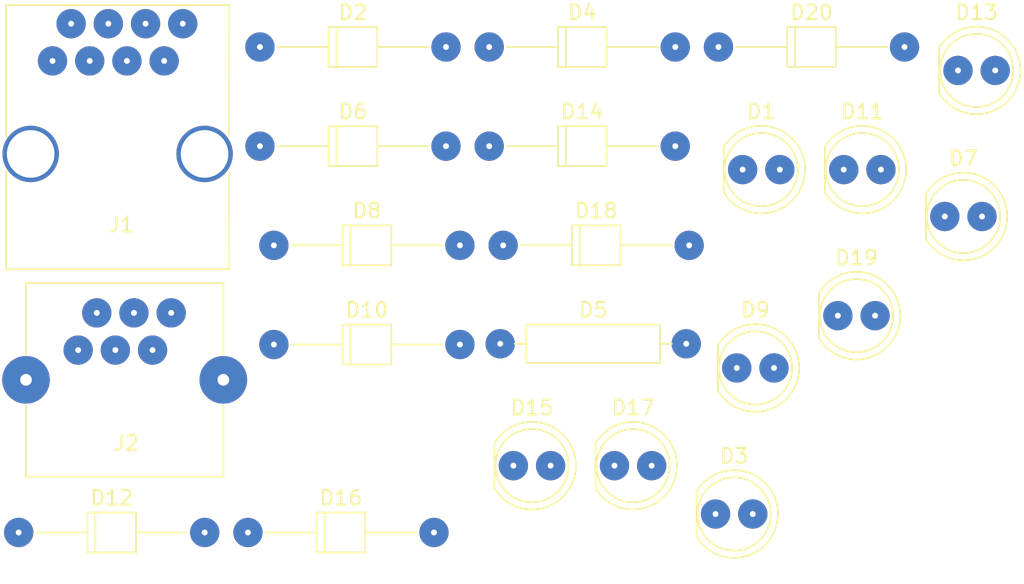
<source format=kicad_pcb>
(kicad_pcb (version 4) (host pcbnew 4.0.7)

  (general
    (links 48)
    (no_connects 48)
    (area 0 0 0 0)
    (thickness 1.6)
    (drawings 0)
    (tracks 0)
    (zones 0)
    (modules 22)
    (nets 11)
  )

  (page A4)
  (layers
    (0 F.Cu signal)
    (31 B.Cu signal)
    (32 B.Adhes user)
    (33 F.Adhes user)
    (34 B.Paste user)
    (35 F.Paste user)
    (36 B.SilkS user)
    (37 F.SilkS user)
    (38 B.Mask user)
    (39 F.Mask user)
    (40 Dwgs.User user)
    (41 Cmts.User user)
    (42 Eco1.User user)
    (43 Eco2.User user)
    (44 Edge.Cuts user)
    (45 Margin user)
    (46 B.CrtYd user)
    (47 F.CrtYd user)
    (48 B.Fab user)
    (49 F.Fab user)
  )

  (setup
    (last_trace_width 0.25)
    (trace_clearance 0.2)
    (zone_clearance 0.508)
    (zone_45_only no)
    (trace_min 0.2)
    (segment_width 0.2)
    (edge_width 0.1)
    (via_size 0.6)
    (via_drill 0.4)
    (via_min_size 0.4)
    (via_min_drill 0.3)
    (uvia_size 0.3)
    (uvia_drill 0.1)
    (uvias_allowed no)
    (uvia_min_size 0.2)
    (uvia_min_drill 0.1)
    (pcb_text_width 0.3)
    (pcb_text_size 1.5 1.5)
    (mod_edge_width 0.15)
    (mod_text_size 1 1)
    (mod_text_width 0.15)
    (pad_size 1.5 1.5)
    (pad_drill 0.6)
    (pad_to_mask_clearance 0)
    (aux_axis_origin 0 0)
    (visible_elements FFFFFF7F)
    (pcbplotparams
      (layerselection 0x00030_80000001)
      (usegerberextensions false)
      (excludeedgelayer true)
      (linewidth 0.100000)
      (plotframeref false)
      (viasonmask false)
      (mode 1)
      (useauxorigin false)
      (hpglpennumber 1)
      (hpglpenspeed 20)
      (hpglpendiameter 15)
      (hpglpenoverlay 2)
      (psnegative false)
      (psa4output false)
      (plotreference true)
      (plotvalue true)
      (plotinvisibletext false)
      (padsonsilk false)
      (subtractmaskfromsilk false)
      (outputformat 1)
      (mirror false)
      (drillshape 1)
      (scaleselection 1)
      (outputdirectory ""))
  )

  (net 0 "")
  (net 1 "Net-(D1-Pad1)")
  (net 2 P1)
  (net 3 P2)
  (net 4 P3)
  (net 5 P4)
  (net 6 P5)
  (net 7 P6)
  (net 8 P7)
  (net 9 P8)
  (net 10 P9)

  (net_class Default "This is the default net class."
    (clearance 0.2)
    (trace_width 0.25)
    (via_dia 0.6)
    (via_drill 0.4)
    (uvia_dia 0.3)
    (uvia_drill 0.1)
    (add_net "Net-(D1-Pad1)")
    (add_net P1)
    (add_net P2)
    (add_net P3)
    (add_net P4)
    (add_net P5)
    (add_net P6)
    (add_net P7)
    (add_net P8)
    (add_net P9)
  )

  (module std_lib_SRC:LED_D5.0mm (layer F.Cu) (tedit 5B3B5AF4) (tstamp 5B3B7EF2)
    (at 199.485001 98.065)
    (descr "LED, diameter 5.0mm, 2 pins")
    (tags "LED diameter 5.0mm 2 pins")
    (path /5B3B78F1)
    (fp_text reference D1 (at 1.27 -3.96) (layer F.SilkS)
      (effects (font (size 1 1) (thickness 0.15)))
    )
    (fp_text value LED (at 1.27 3.96) (layer F.Fab)
      (effects (font (size 1 1) (thickness 0.15)))
    )
    (fp_arc (start 1.27 0) (end -1.23 -1.469694) (angle 299.1) (layer F.Fab) (width 0.1))
    (fp_arc (start 1.27 0) (end -1.29 -1.54483) (angle 148.9) (layer F.SilkS) (width 0.12))
    (fp_arc (start 1.27 0) (end -1.29 1.54483) (angle -148.9) (layer F.SilkS) (width 0.12))
    (fp_circle (center 1.27 0) (end 3.77 0) (layer F.Fab) (width 0.1))
    (fp_circle (center 1.27 0) (end 3.77 0) (layer F.SilkS) (width 0.12))
    (fp_line (start -1.23 -1.469694) (end -1.23 1.469694) (layer F.Fab) (width 0.1))
    (fp_line (start -1.29 -1.545) (end -1.29 1.545) (layer F.SilkS) (width 0.12))
    (fp_line (start -1.95 -3.25) (end -1.95 3.25) (layer F.CrtYd) (width 0.05))
    (fp_line (start -1.95 3.25) (end 4.5 3.25) (layer F.CrtYd) (width 0.05))
    (fp_line (start 4.5 3.25) (end 4.5 -3.25) (layer F.CrtYd) (width 0.05))
    (fp_line (start 4.5 -3.25) (end -1.95 -3.25) (layer F.CrtYd) (width 0.05))
    (fp_text user %R (at 1.25 0) (layer F.Fab)
      (effects (font (size 0.8 0.8) (thickness 0.2)))
    )
    (pad 1 thru_hole circle (at 0 0) (size 2 2) (drill 0.4) (layers *.Cu *.Mask)
      (net 1 "Net-(D1-Pad1)"))
    (pad 2 thru_hole circle (at 2.54 0) (size 2 2) (drill 0.4) (layers *.Cu *.Mask)
      (net 2 P1))
    (model ${KISYS3DMOD}/LEDs.3dshapes/LED_D5.0mm.wrl
      (at (xyz 0 0 0))
      (scale (xyz 0.393701 0.393701 0.393701))
      (rotate (xyz 0 0 0))
    )
  )

  (module std_lib_SRC:Diode (layer F.Cu) (tedit 5B23A555) (tstamp 5B3B7F0B)
    (at 166.535001 89.695)
    (descr "D, pin pitch=12.7mm")
    (tags diode)
    (path /5B3B79BB)
    (fp_text reference D2 (at 6.35 -2.36) (layer F.SilkS)
      (effects (font (size 1 1) (thickness 0.15)))
    )
    (fp_text value 1N4148 (at 6.35 2.36) (layer F.Fab)
      (effects (font (size 1 1) (thickness 0.15)))
    )
    (fp_text user %R (at 6.604 0) (layer F.Fab)
      (effects (font (size 0.75 0.75) (thickness 0.15)))
    )
    (fp_line (start 4.75 -1.3) (end 4.75 1.3) (layer F.Fab) (width 0.1))
    (fp_line (start 4.75 1.3) (end 7.95 1.3) (layer F.Fab) (width 0.1))
    (fp_line (start 7.95 1.3) (end 7.95 -1.3) (layer F.Fab) (width 0.1))
    (fp_line (start 7.95 -1.3) (end 4.75 -1.3) (layer F.Fab) (width 0.1))
    (fp_line (start 0 0) (end 4.75 0) (layer F.Fab) (width 0.1))
    (fp_line (start 12.7 0) (end 7.95 0) (layer F.Fab) (width 0.1))
    (fp_line (start 5.23 -1.3) (end 5.23 1.3) (layer F.Fab) (width 0.1))
    (fp_line (start 4.69 -1.36) (end 4.69 1.36) (layer F.SilkS) (width 0.12))
    (fp_line (start 4.69 1.36) (end 8.01 1.36) (layer F.SilkS) (width 0.12))
    (fp_line (start 8.01 1.36) (end 8.01 -1.36) (layer F.SilkS) (width 0.12))
    (fp_line (start 8.01 -1.36) (end 4.69 -1.36) (layer F.SilkS) (width 0.12))
    (fp_line (start 1.18 0) (end 4.69 0) (layer F.SilkS) (width 0.12))
    (fp_line (start 11.52 0) (end 8.01 0) (layer F.SilkS) (width 0.12))
    (fp_line (start 5.23 -1.36) (end 5.23 1.36) (layer F.SilkS) (width 0.12))
    (fp_line (start -1.25 -1.65) (end -1.25 1.65) (layer F.CrtYd) (width 0.05))
    (fp_line (start -1.25 1.65) (end 13.95 1.65) (layer F.CrtYd) (width 0.05))
    (fp_line (start 13.95 1.65) (end 13.95 -1.65) (layer F.CrtYd) (width 0.05))
    (fp_line (start 13.95 -1.65) (end -1.25 -1.65) (layer F.CrtYd) (width 0.05))
    (pad 1 thru_hole circle (at 0 0) (size 2 2) (drill 0.4) (layers *.Cu *.Mask)
      (net 2 P1))
    (pad 2 thru_hole circle (at 12.7 0) (size 2 2) (drill 0.4) (layers *.Cu *.Mask)
      (net 1 "Net-(D1-Pad1)"))
    (model ${KISYS3DMOD}/Diodes_THT.3dshapes/D_T-1_P12.70mm_Horizontal.wrl
      (at (xyz 0 0 0))
      (scale (xyz 0.393701 0.393701 0.393701))
      (rotate (xyz 0 0 0))
    )
  )

  (module std_lib_SRC:LED_D5.0mm (layer F.Cu) (tedit 5B3B5AF4) (tstamp 5B3B7F1D)
    (at 197.635001 121.575)
    (descr "LED, diameter 5.0mm, 2 pins")
    (tags "LED diameter 5.0mm 2 pins")
    (path /5B3B7C5C)
    (fp_text reference D3 (at 1.27 -3.96) (layer F.SilkS)
      (effects (font (size 1 1) (thickness 0.15)))
    )
    (fp_text value LED (at 1.27 3.96) (layer F.Fab)
      (effects (font (size 1 1) (thickness 0.15)))
    )
    (fp_arc (start 1.27 0) (end -1.23 -1.469694) (angle 299.1) (layer F.Fab) (width 0.1))
    (fp_arc (start 1.27 0) (end -1.29 -1.54483) (angle 148.9) (layer F.SilkS) (width 0.12))
    (fp_arc (start 1.27 0) (end -1.29 1.54483) (angle -148.9) (layer F.SilkS) (width 0.12))
    (fp_circle (center 1.27 0) (end 3.77 0) (layer F.Fab) (width 0.1))
    (fp_circle (center 1.27 0) (end 3.77 0) (layer F.SilkS) (width 0.12))
    (fp_line (start -1.23 -1.469694) (end -1.23 1.469694) (layer F.Fab) (width 0.1))
    (fp_line (start -1.29 -1.545) (end -1.29 1.545) (layer F.SilkS) (width 0.12))
    (fp_line (start -1.95 -3.25) (end -1.95 3.25) (layer F.CrtYd) (width 0.05))
    (fp_line (start -1.95 3.25) (end 4.5 3.25) (layer F.CrtYd) (width 0.05))
    (fp_line (start 4.5 3.25) (end 4.5 -3.25) (layer F.CrtYd) (width 0.05))
    (fp_line (start 4.5 -3.25) (end -1.95 -3.25) (layer F.CrtYd) (width 0.05))
    (fp_text user %R (at 1.25 0) (layer F.Fab)
      (effects (font (size 0.8 0.8) (thickness 0.2)))
    )
    (pad 1 thru_hole circle (at 0 0) (size 2 2) (drill 0.4) (layers *.Cu *.Mask)
      (net 1 "Net-(D1-Pad1)"))
    (pad 2 thru_hole circle (at 2.54 0) (size 2 2) (drill 0.4) (layers *.Cu *.Mask)
      (net 3 P2))
    (model ${KISYS3DMOD}/LEDs.3dshapes/LED_D5.0mm.wrl
      (at (xyz 0 0 0))
      (scale (xyz 0.393701 0.393701 0.393701))
      (rotate (xyz 0 0 0))
    )
  )

  (module std_lib_SRC:Diode (layer F.Cu) (tedit 5B23A555) (tstamp 5B3B7F36)
    (at 182.185001 89.695)
    (descr "D, pin pitch=12.7mm")
    (tags diode)
    (path /5B3B7C62)
    (fp_text reference D4 (at 6.35 -2.36) (layer F.SilkS)
      (effects (font (size 1 1) (thickness 0.15)))
    )
    (fp_text value 1N4148 (at 6.35 2.36) (layer F.Fab)
      (effects (font (size 1 1) (thickness 0.15)))
    )
    (fp_text user %R (at 6.604 0) (layer F.Fab)
      (effects (font (size 0.75 0.75) (thickness 0.15)))
    )
    (fp_line (start 4.75 -1.3) (end 4.75 1.3) (layer F.Fab) (width 0.1))
    (fp_line (start 4.75 1.3) (end 7.95 1.3) (layer F.Fab) (width 0.1))
    (fp_line (start 7.95 1.3) (end 7.95 -1.3) (layer F.Fab) (width 0.1))
    (fp_line (start 7.95 -1.3) (end 4.75 -1.3) (layer F.Fab) (width 0.1))
    (fp_line (start 0 0) (end 4.75 0) (layer F.Fab) (width 0.1))
    (fp_line (start 12.7 0) (end 7.95 0) (layer F.Fab) (width 0.1))
    (fp_line (start 5.23 -1.3) (end 5.23 1.3) (layer F.Fab) (width 0.1))
    (fp_line (start 4.69 -1.36) (end 4.69 1.36) (layer F.SilkS) (width 0.12))
    (fp_line (start 4.69 1.36) (end 8.01 1.36) (layer F.SilkS) (width 0.12))
    (fp_line (start 8.01 1.36) (end 8.01 -1.36) (layer F.SilkS) (width 0.12))
    (fp_line (start 8.01 -1.36) (end 4.69 -1.36) (layer F.SilkS) (width 0.12))
    (fp_line (start 1.18 0) (end 4.69 0) (layer F.SilkS) (width 0.12))
    (fp_line (start 11.52 0) (end 8.01 0) (layer F.SilkS) (width 0.12))
    (fp_line (start 5.23 -1.36) (end 5.23 1.36) (layer F.SilkS) (width 0.12))
    (fp_line (start -1.25 -1.65) (end -1.25 1.65) (layer F.CrtYd) (width 0.05))
    (fp_line (start -1.25 1.65) (end 13.95 1.65) (layer F.CrtYd) (width 0.05))
    (fp_line (start 13.95 1.65) (end 13.95 -1.65) (layer F.CrtYd) (width 0.05))
    (fp_line (start 13.95 -1.65) (end -1.25 -1.65) (layer F.CrtYd) (width 0.05))
    (pad 1 thru_hole circle (at 0 0) (size 2 2) (drill 0.4) (layers *.Cu *.Mask)
      (net 3 P2))
    (pad 2 thru_hole circle (at 12.7 0) (size 2 2) (drill 0.4) (layers *.Cu *.Mask)
      (net 1 "Net-(D1-Pad1)"))
    (model ${KISYS3DMOD}/Diodes_THT.3dshapes/D_T-1_P12.70mm_Horizontal.wrl
      (at (xyz 0 0 0))
      (scale (xyz 0.393701 0.393701 0.393701))
      (rotate (xyz 0 0 0))
    )
  )

  (module std_lib_SRC:Resistor (layer F.Cu) (tedit 5B1FECDE) (tstamp 5B3B7F4C)
    (at 182.935001 109.955)
    (tags Resistor)
    (path /5B3B7CDE)
    (fp_text reference D5 (at 6.35 -2.31) (layer F.SilkS)
      (effects (font (size 1 1) (thickness 0.15)))
    )
    (fp_text value LED (at 6.35 2.31) (layer F.Fab)
      (effects (font (size 1 1) (thickness 0.15)))
    )
    (fp_line (start 1.85 -1.25) (end 1.85 1.25) (layer F.Fab) (width 0.1))
    (fp_line (start 1.85 1.25) (end 10.85 1.25) (layer F.Fab) (width 0.1))
    (fp_line (start 10.85 1.25) (end 10.85 -1.25) (layer F.Fab) (width 0.1))
    (fp_line (start 10.85 -1.25) (end 1.85 -1.25) (layer F.Fab) (width 0.1))
    (fp_line (start 0 0) (end 1.85 0) (layer F.Fab) (width 0.1))
    (fp_line (start 12.7 0) (end 10.85 0) (layer F.Fab) (width 0.1))
    (fp_line (start 1.79 -1.31) (end 1.79 1.31) (layer F.SilkS) (width 0.12))
    (fp_line (start 1.79 1.31) (end 10.91 1.31) (layer F.SilkS) (width 0.12))
    (fp_line (start 10.91 1.31) (end 10.91 -1.31) (layer F.SilkS) (width 0.12))
    (fp_line (start 10.91 -1.31) (end 1.79 -1.31) (layer F.SilkS) (width 0.12))
    (fp_line (start 0.98 0) (end 1.79 0) (layer F.SilkS) (width 0.12))
    (fp_line (start 11.72 0) (end 10.91 0) (layer F.SilkS) (width 0.12))
    (fp_line (start -1.05 -1.6) (end -1.05 1.6) (layer F.CrtYd) (width 0.05))
    (fp_line (start -1.05 1.6) (end 13.75 1.6) (layer F.CrtYd) (width 0.05))
    (fp_line (start 13.75 1.6) (end 13.75 -1.6) (layer F.CrtYd) (width 0.05))
    (fp_line (start 13.75 -1.6) (end -1.05 -1.6) (layer F.CrtYd) (width 0.05))
    (pad 1 thru_hole circle (at 0 0) (size 2 2) (drill 0.4) (layers *.Cu *.Mask)
      (net 1 "Net-(D1-Pad1)"))
    (pad 2 thru_hole circle (at 12.7 0) (size 2 2) (drill 0.4) (layers *.Cu *.Mask)
      (net 4 P3))
    (model ${KISYS3DMOD}/Resistors_THT.3dshapes/R_Axial_DIN0309_L9.0mm_D3.2mm_P12.70mm_Horizontal.wrl
      (at (xyz 0 0 0))
      (scale (xyz 0.393701 0.393701 0.393701))
      (rotate (xyz 0 0 0))
    )
  )

  (module std_lib_SRC:Diode (layer F.Cu) (tedit 5B23A555) (tstamp 5B3B7F65)
    (at 166.535001 96.465)
    (descr "D, pin pitch=12.7mm")
    (tags diode)
    (path /5B3B7CE4)
    (fp_text reference D6 (at 6.35 -2.36) (layer F.SilkS)
      (effects (font (size 1 1) (thickness 0.15)))
    )
    (fp_text value 1N4148 (at 6.35 2.36) (layer F.Fab)
      (effects (font (size 1 1) (thickness 0.15)))
    )
    (fp_text user %R (at 6.604 0) (layer F.Fab)
      (effects (font (size 0.75 0.75) (thickness 0.15)))
    )
    (fp_line (start 4.75 -1.3) (end 4.75 1.3) (layer F.Fab) (width 0.1))
    (fp_line (start 4.75 1.3) (end 7.95 1.3) (layer F.Fab) (width 0.1))
    (fp_line (start 7.95 1.3) (end 7.95 -1.3) (layer F.Fab) (width 0.1))
    (fp_line (start 7.95 -1.3) (end 4.75 -1.3) (layer F.Fab) (width 0.1))
    (fp_line (start 0 0) (end 4.75 0) (layer F.Fab) (width 0.1))
    (fp_line (start 12.7 0) (end 7.95 0) (layer F.Fab) (width 0.1))
    (fp_line (start 5.23 -1.3) (end 5.23 1.3) (layer F.Fab) (width 0.1))
    (fp_line (start 4.69 -1.36) (end 4.69 1.36) (layer F.SilkS) (width 0.12))
    (fp_line (start 4.69 1.36) (end 8.01 1.36) (layer F.SilkS) (width 0.12))
    (fp_line (start 8.01 1.36) (end 8.01 -1.36) (layer F.SilkS) (width 0.12))
    (fp_line (start 8.01 -1.36) (end 4.69 -1.36) (layer F.SilkS) (width 0.12))
    (fp_line (start 1.18 0) (end 4.69 0) (layer F.SilkS) (width 0.12))
    (fp_line (start 11.52 0) (end 8.01 0) (layer F.SilkS) (width 0.12))
    (fp_line (start 5.23 -1.36) (end 5.23 1.36) (layer F.SilkS) (width 0.12))
    (fp_line (start -1.25 -1.65) (end -1.25 1.65) (layer F.CrtYd) (width 0.05))
    (fp_line (start -1.25 1.65) (end 13.95 1.65) (layer F.CrtYd) (width 0.05))
    (fp_line (start 13.95 1.65) (end 13.95 -1.65) (layer F.CrtYd) (width 0.05))
    (fp_line (start 13.95 -1.65) (end -1.25 -1.65) (layer F.CrtYd) (width 0.05))
    (pad 1 thru_hole circle (at 0 0) (size 2 2) (drill 0.4) (layers *.Cu *.Mask)
      (net 4 P3))
    (pad 2 thru_hole circle (at 12.7 0) (size 2 2) (drill 0.4) (layers *.Cu *.Mask)
      (net 1 "Net-(D1-Pad1)"))
    (model ${KISYS3DMOD}/Diodes_THT.3dshapes/D_T-1_P12.70mm_Horizontal.wrl
      (at (xyz 0 0 0))
      (scale (xyz 0.393701 0.393701 0.393701))
      (rotate (xyz 0 0 0))
    )
  )

  (module std_lib_SRC:LED_D5.0mm (layer F.Cu) (tedit 5B3B5AF4) (tstamp 5B3B7F77)
    (at 213.285001 101.265)
    (descr "LED, diameter 5.0mm, 2 pins")
    (tags "LED diameter 5.0mm 2 pins")
    (path /5B3B7D96)
    (fp_text reference D7 (at 1.27 -3.96) (layer F.SilkS)
      (effects (font (size 1 1) (thickness 0.15)))
    )
    (fp_text value LED (at 1.27 3.96) (layer F.Fab)
      (effects (font (size 1 1) (thickness 0.15)))
    )
    (fp_arc (start 1.27 0) (end -1.23 -1.469694) (angle 299.1) (layer F.Fab) (width 0.1))
    (fp_arc (start 1.27 0) (end -1.29 -1.54483) (angle 148.9) (layer F.SilkS) (width 0.12))
    (fp_arc (start 1.27 0) (end -1.29 1.54483) (angle -148.9) (layer F.SilkS) (width 0.12))
    (fp_circle (center 1.27 0) (end 3.77 0) (layer F.Fab) (width 0.1))
    (fp_circle (center 1.27 0) (end 3.77 0) (layer F.SilkS) (width 0.12))
    (fp_line (start -1.23 -1.469694) (end -1.23 1.469694) (layer F.Fab) (width 0.1))
    (fp_line (start -1.29 -1.545) (end -1.29 1.545) (layer F.SilkS) (width 0.12))
    (fp_line (start -1.95 -3.25) (end -1.95 3.25) (layer F.CrtYd) (width 0.05))
    (fp_line (start -1.95 3.25) (end 4.5 3.25) (layer F.CrtYd) (width 0.05))
    (fp_line (start 4.5 3.25) (end 4.5 -3.25) (layer F.CrtYd) (width 0.05))
    (fp_line (start 4.5 -3.25) (end -1.95 -3.25) (layer F.CrtYd) (width 0.05))
    (fp_text user %R (at 1.25 0) (layer F.Fab)
      (effects (font (size 0.8 0.8) (thickness 0.2)))
    )
    (pad 1 thru_hole circle (at 0 0) (size 2 2) (drill 0.4) (layers *.Cu *.Mask)
      (net 1 "Net-(D1-Pad1)"))
    (pad 2 thru_hole circle (at 2.54 0) (size 2 2) (drill 0.4) (layers *.Cu *.Mask)
      (net 4 P3))
    (model ${KISYS3DMOD}/LEDs.3dshapes/LED_D5.0mm.wrl
      (at (xyz 0 0 0))
      (scale (xyz 0.393701 0.393701 0.393701))
      (rotate (xyz 0 0 0))
    )
  )

  (module std_lib_SRC:Diode (layer F.Cu) (tedit 5B23A555) (tstamp 5B3B7F90)
    (at 167.485001 103.235)
    (descr "D, pin pitch=12.7mm")
    (tags diode)
    (path /5B3B7D9C)
    (fp_text reference D8 (at 6.35 -2.36) (layer F.SilkS)
      (effects (font (size 1 1) (thickness 0.15)))
    )
    (fp_text value 1N4148 (at 6.35 2.36) (layer F.Fab)
      (effects (font (size 1 1) (thickness 0.15)))
    )
    (fp_text user %R (at 6.604 0) (layer F.Fab)
      (effects (font (size 0.75 0.75) (thickness 0.15)))
    )
    (fp_line (start 4.75 -1.3) (end 4.75 1.3) (layer F.Fab) (width 0.1))
    (fp_line (start 4.75 1.3) (end 7.95 1.3) (layer F.Fab) (width 0.1))
    (fp_line (start 7.95 1.3) (end 7.95 -1.3) (layer F.Fab) (width 0.1))
    (fp_line (start 7.95 -1.3) (end 4.75 -1.3) (layer F.Fab) (width 0.1))
    (fp_line (start 0 0) (end 4.75 0) (layer F.Fab) (width 0.1))
    (fp_line (start 12.7 0) (end 7.95 0) (layer F.Fab) (width 0.1))
    (fp_line (start 5.23 -1.3) (end 5.23 1.3) (layer F.Fab) (width 0.1))
    (fp_line (start 4.69 -1.36) (end 4.69 1.36) (layer F.SilkS) (width 0.12))
    (fp_line (start 4.69 1.36) (end 8.01 1.36) (layer F.SilkS) (width 0.12))
    (fp_line (start 8.01 1.36) (end 8.01 -1.36) (layer F.SilkS) (width 0.12))
    (fp_line (start 8.01 -1.36) (end 4.69 -1.36) (layer F.SilkS) (width 0.12))
    (fp_line (start 1.18 0) (end 4.69 0) (layer F.SilkS) (width 0.12))
    (fp_line (start 11.52 0) (end 8.01 0) (layer F.SilkS) (width 0.12))
    (fp_line (start 5.23 -1.36) (end 5.23 1.36) (layer F.SilkS) (width 0.12))
    (fp_line (start -1.25 -1.65) (end -1.25 1.65) (layer F.CrtYd) (width 0.05))
    (fp_line (start -1.25 1.65) (end 13.95 1.65) (layer F.CrtYd) (width 0.05))
    (fp_line (start 13.95 1.65) (end 13.95 -1.65) (layer F.CrtYd) (width 0.05))
    (fp_line (start 13.95 -1.65) (end -1.25 -1.65) (layer F.CrtYd) (width 0.05))
    (pad 1 thru_hole circle (at 0 0) (size 2 2) (drill 0.4) (layers *.Cu *.Mask)
      (net 4 P3))
    (pad 2 thru_hole circle (at 12.7 0) (size 2 2) (drill 0.4) (layers *.Cu *.Mask)
      (net 1 "Net-(D1-Pad1)"))
    (model ${KISYS3DMOD}/Diodes_THT.3dshapes/D_T-1_P12.70mm_Horizontal.wrl
      (at (xyz 0 0 0))
      (scale (xyz 0.393701 0.393701 0.393701))
      (rotate (xyz 0 0 0))
    )
  )

  (module std_lib_SRC:LED_D5.0mm (layer F.Cu) (tedit 5B3B5AF4) (tstamp 5B3B7FA2)
    (at 199.085001 111.605)
    (descr "LED, diameter 5.0mm, 2 pins")
    (tags "LED diameter 5.0mm 2 pins")
    (path /5B3B7E3E)
    (fp_text reference D9 (at 1.27 -3.96) (layer F.SilkS)
      (effects (font (size 1 1) (thickness 0.15)))
    )
    (fp_text value LED (at 1.27 3.96) (layer F.Fab)
      (effects (font (size 1 1) (thickness 0.15)))
    )
    (fp_arc (start 1.27 0) (end -1.23 -1.469694) (angle 299.1) (layer F.Fab) (width 0.1))
    (fp_arc (start 1.27 0) (end -1.29 -1.54483) (angle 148.9) (layer F.SilkS) (width 0.12))
    (fp_arc (start 1.27 0) (end -1.29 1.54483) (angle -148.9) (layer F.SilkS) (width 0.12))
    (fp_circle (center 1.27 0) (end 3.77 0) (layer F.Fab) (width 0.1))
    (fp_circle (center 1.27 0) (end 3.77 0) (layer F.SilkS) (width 0.12))
    (fp_line (start -1.23 -1.469694) (end -1.23 1.469694) (layer F.Fab) (width 0.1))
    (fp_line (start -1.29 -1.545) (end -1.29 1.545) (layer F.SilkS) (width 0.12))
    (fp_line (start -1.95 -3.25) (end -1.95 3.25) (layer F.CrtYd) (width 0.05))
    (fp_line (start -1.95 3.25) (end 4.5 3.25) (layer F.CrtYd) (width 0.05))
    (fp_line (start 4.5 3.25) (end 4.5 -3.25) (layer F.CrtYd) (width 0.05))
    (fp_line (start 4.5 -3.25) (end -1.95 -3.25) (layer F.CrtYd) (width 0.05))
    (fp_text user %R (at 1.25 0) (layer F.Fab)
      (effects (font (size 0.8 0.8) (thickness 0.2)))
    )
    (pad 1 thru_hole circle (at 0 0) (size 2 2) (drill 0.4) (layers *.Cu *.Mask)
      (net 1 "Net-(D1-Pad1)"))
    (pad 2 thru_hole circle (at 2.54 0) (size 2 2) (drill 0.4) (layers *.Cu *.Mask)
      (net 5 P4))
    (model ${KISYS3DMOD}/LEDs.3dshapes/LED_D5.0mm.wrl
      (at (xyz 0 0 0))
      (scale (xyz 0.393701 0.393701 0.393701))
      (rotate (xyz 0 0 0))
    )
  )

  (module std_lib_SRC:Diode (layer F.Cu) (tedit 5B23A555) (tstamp 5B3B7FBB)
    (at 167.485001 110.005)
    (descr "D, pin pitch=12.7mm")
    (tags diode)
    (path /5B3B7E44)
    (fp_text reference D10 (at 6.35 -2.36) (layer F.SilkS)
      (effects (font (size 1 1) (thickness 0.15)))
    )
    (fp_text value 1N4148 (at 6.35 2.36) (layer F.Fab)
      (effects (font (size 1 1) (thickness 0.15)))
    )
    (fp_text user %R (at 6.604 0) (layer F.Fab)
      (effects (font (size 0.75 0.75) (thickness 0.15)))
    )
    (fp_line (start 4.75 -1.3) (end 4.75 1.3) (layer F.Fab) (width 0.1))
    (fp_line (start 4.75 1.3) (end 7.95 1.3) (layer F.Fab) (width 0.1))
    (fp_line (start 7.95 1.3) (end 7.95 -1.3) (layer F.Fab) (width 0.1))
    (fp_line (start 7.95 -1.3) (end 4.75 -1.3) (layer F.Fab) (width 0.1))
    (fp_line (start 0 0) (end 4.75 0) (layer F.Fab) (width 0.1))
    (fp_line (start 12.7 0) (end 7.95 0) (layer F.Fab) (width 0.1))
    (fp_line (start 5.23 -1.3) (end 5.23 1.3) (layer F.Fab) (width 0.1))
    (fp_line (start 4.69 -1.36) (end 4.69 1.36) (layer F.SilkS) (width 0.12))
    (fp_line (start 4.69 1.36) (end 8.01 1.36) (layer F.SilkS) (width 0.12))
    (fp_line (start 8.01 1.36) (end 8.01 -1.36) (layer F.SilkS) (width 0.12))
    (fp_line (start 8.01 -1.36) (end 4.69 -1.36) (layer F.SilkS) (width 0.12))
    (fp_line (start 1.18 0) (end 4.69 0) (layer F.SilkS) (width 0.12))
    (fp_line (start 11.52 0) (end 8.01 0) (layer F.SilkS) (width 0.12))
    (fp_line (start 5.23 -1.36) (end 5.23 1.36) (layer F.SilkS) (width 0.12))
    (fp_line (start -1.25 -1.65) (end -1.25 1.65) (layer F.CrtYd) (width 0.05))
    (fp_line (start -1.25 1.65) (end 13.95 1.65) (layer F.CrtYd) (width 0.05))
    (fp_line (start 13.95 1.65) (end 13.95 -1.65) (layer F.CrtYd) (width 0.05))
    (fp_line (start 13.95 -1.65) (end -1.25 -1.65) (layer F.CrtYd) (width 0.05))
    (pad 1 thru_hole circle (at 0 0) (size 2 2) (drill 0.4) (layers *.Cu *.Mask)
      (net 5 P4))
    (pad 2 thru_hole circle (at 12.7 0) (size 2 2) (drill 0.4) (layers *.Cu *.Mask)
      (net 1 "Net-(D1-Pad1)"))
    (model ${KISYS3DMOD}/Diodes_THT.3dshapes/D_T-1_P12.70mm_Horizontal.wrl
      (at (xyz 0 0 0))
      (scale (xyz 0.393701 0.393701 0.393701))
      (rotate (xyz 0 0 0))
    )
  )

  (module std_lib_SRC:LED_D5.0mm (layer F.Cu) (tedit 5B3B5AF4) (tstamp 5B3B7FCD)
    (at 206.385001 98.065)
    (descr "LED, diameter 5.0mm, 2 pins")
    (tags "LED diameter 5.0mm 2 pins")
    (path /5B3B7F16)
    (fp_text reference D11 (at 1.27 -3.96) (layer F.SilkS)
      (effects (font (size 1 1) (thickness 0.15)))
    )
    (fp_text value LED (at 1.27 3.96) (layer F.Fab)
      (effects (font (size 1 1) (thickness 0.15)))
    )
    (fp_arc (start 1.27 0) (end -1.23 -1.469694) (angle 299.1) (layer F.Fab) (width 0.1))
    (fp_arc (start 1.27 0) (end -1.29 -1.54483) (angle 148.9) (layer F.SilkS) (width 0.12))
    (fp_arc (start 1.27 0) (end -1.29 1.54483) (angle -148.9) (layer F.SilkS) (width 0.12))
    (fp_circle (center 1.27 0) (end 3.77 0) (layer F.Fab) (width 0.1))
    (fp_circle (center 1.27 0) (end 3.77 0) (layer F.SilkS) (width 0.12))
    (fp_line (start -1.23 -1.469694) (end -1.23 1.469694) (layer F.Fab) (width 0.1))
    (fp_line (start -1.29 -1.545) (end -1.29 1.545) (layer F.SilkS) (width 0.12))
    (fp_line (start -1.95 -3.25) (end -1.95 3.25) (layer F.CrtYd) (width 0.05))
    (fp_line (start -1.95 3.25) (end 4.5 3.25) (layer F.CrtYd) (width 0.05))
    (fp_line (start 4.5 3.25) (end 4.5 -3.25) (layer F.CrtYd) (width 0.05))
    (fp_line (start 4.5 -3.25) (end -1.95 -3.25) (layer F.CrtYd) (width 0.05))
    (fp_text user %R (at 1.25 0) (layer F.Fab)
      (effects (font (size 0.8 0.8) (thickness 0.2)))
    )
    (pad 1 thru_hole circle (at 0 0) (size 2 2) (drill 0.4) (layers *.Cu *.Mask)
      (net 1 "Net-(D1-Pad1)"))
    (pad 2 thru_hole circle (at 2.54 0) (size 2 2) (drill 0.4) (layers *.Cu *.Mask)
      (net 6 P5))
    (model ${KISYS3DMOD}/LEDs.3dshapes/LED_D5.0mm.wrl
      (at (xyz 0 0 0))
      (scale (xyz 0.393701 0.393701 0.393701))
      (rotate (xyz 0 0 0))
    )
  )

  (module std_lib_SRC:Diode (layer F.Cu) (tedit 5B23A555) (tstamp 5B3B7FE6)
    (at 150.065001 122.835)
    (descr "D, pin pitch=12.7mm")
    (tags diode)
    (path /5B3B7F1C)
    (fp_text reference D12 (at 6.35 -2.36) (layer F.SilkS)
      (effects (font (size 1 1) (thickness 0.15)))
    )
    (fp_text value 1N4148 (at 6.35 2.36) (layer F.Fab)
      (effects (font (size 1 1) (thickness 0.15)))
    )
    (fp_text user %R (at 6.604 0) (layer F.Fab)
      (effects (font (size 0.75 0.75) (thickness 0.15)))
    )
    (fp_line (start 4.75 -1.3) (end 4.75 1.3) (layer F.Fab) (width 0.1))
    (fp_line (start 4.75 1.3) (end 7.95 1.3) (layer F.Fab) (width 0.1))
    (fp_line (start 7.95 1.3) (end 7.95 -1.3) (layer F.Fab) (width 0.1))
    (fp_line (start 7.95 -1.3) (end 4.75 -1.3) (layer F.Fab) (width 0.1))
    (fp_line (start 0 0) (end 4.75 0) (layer F.Fab) (width 0.1))
    (fp_line (start 12.7 0) (end 7.95 0) (layer F.Fab) (width 0.1))
    (fp_line (start 5.23 -1.3) (end 5.23 1.3) (layer F.Fab) (width 0.1))
    (fp_line (start 4.69 -1.36) (end 4.69 1.36) (layer F.SilkS) (width 0.12))
    (fp_line (start 4.69 1.36) (end 8.01 1.36) (layer F.SilkS) (width 0.12))
    (fp_line (start 8.01 1.36) (end 8.01 -1.36) (layer F.SilkS) (width 0.12))
    (fp_line (start 8.01 -1.36) (end 4.69 -1.36) (layer F.SilkS) (width 0.12))
    (fp_line (start 1.18 0) (end 4.69 0) (layer F.SilkS) (width 0.12))
    (fp_line (start 11.52 0) (end 8.01 0) (layer F.SilkS) (width 0.12))
    (fp_line (start 5.23 -1.36) (end 5.23 1.36) (layer F.SilkS) (width 0.12))
    (fp_line (start -1.25 -1.65) (end -1.25 1.65) (layer F.CrtYd) (width 0.05))
    (fp_line (start -1.25 1.65) (end 13.95 1.65) (layer F.CrtYd) (width 0.05))
    (fp_line (start 13.95 1.65) (end 13.95 -1.65) (layer F.CrtYd) (width 0.05))
    (fp_line (start 13.95 -1.65) (end -1.25 -1.65) (layer F.CrtYd) (width 0.05))
    (pad 1 thru_hole circle (at 0 0) (size 2 2) (drill 0.4) (layers *.Cu *.Mask)
      (net 6 P5))
    (pad 2 thru_hole circle (at 12.7 0) (size 2 2) (drill 0.4) (layers *.Cu *.Mask)
      (net 1 "Net-(D1-Pad1)"))
    (model ${KISYS3DMOD}/Diodes_THT.3dshapes/D_T-1_P12.70mm_Horizontal.wrl
      (at (xyz 0 0 0))
      (scale (xyz 0.393701 0.393701 0.393701))
      (rotate (xyz 0 0 0))
    )
  )

  (module std_lib_SRC:LED_D5.0mm (layer F.Cu) (tedit 5B3B5AF4) (tstamp 5B3B7FF8)
    (at 214.185001 91.295)
    (descr "LED, diameter 5.0mm, 2 pins")
    (tags "LED diameter 5.0mm 2 pins")
    (path /5B3B7FE6)
    (fp_text reference D13 (at 1.27 -3.96) (layer F.SilkS)
      (effects (font (size 1 1) (thickness 0.15)))
    )
    (fp_text value LED (at 1.27 3.96) (layer F.Fab)
      (effects (font (size 1 1) (thickness 0.15)))
    )
    (fp_arc (start 1.27 0) (end -1.23 -1.469694) (angle 299.1) (layer F.Fab) (width 0.1))
    (fp_arc (start 1.27 0) (end -1.29 -1.54483) (angle 148.9) (layer F.SilkS) (width 0.12))
    (fp_arc (start 1.27 0) (end -1.29 1.54483) (angle -148.9) (layer F.SilkS) (width 0.12))
    (fp_circle (center 1.27 0) (end 3.77 0) (layer F.Fab) (width 0.1))
    (fp_circle (center 1.27 0) (end 3.77 0) (layer F.SilkS) (width 0.12))
    (fp_line (start -1.23 -1.469694) (end -1.23 1.469694) (layer F.Fab) (width 0.1))
    (fp_line (start -1.29 -1.545) (end -1.29 1.545) (layer F.SilkS) (width 0.12))
    (fp_line (start -1.95 -3.25) (end -1.95 3.25) (layer F.CrtYd) (width 0.05))
    (fp_line (start -1.95 3.25) (end 4.5 3.25) (layer F.CrtYd) (width 0.05))
    (fp_line (start 4.5 3.25) (end 4.5 -3.25) (layer F.CrtYd) (width 0.05))
    (fp_line (start 4.5 -3.25) (end -1.95 -3.25) (layer F.CrtYd) (width 0.05))
    (fp_text user %R (at 1.25 0) (layer F.Fab)
      (effects (font (size 0.8 0.8) (thickness 0.2)))
    )
    (pad 1 thru_hole circle (at 0 0) (size 2 2) (drill 0.4) (layers *.Cu *.Mask)
      (net 1 "Net-(D1-Pad1)"))
    (pad 2 thru_hole circle (at 2.54 0) (size 2 2) (drill 0.4) (layers *.Cu *.Mask)
      (net 7 P6))
    (model ${KISYS3DMOD}/LEDs.3dshapes/LED_D5.0mm.wrl
      (at (xyz 0 0 0))
      (scale (xyz 0.393701 0.393701 0.393701))
      (rotate (xyz 0 0 0))
    )
  )

  (module std_lib_SRC:Diode (layer F.Cu) (tedit 5B23A555) (tstamp 5B3B8011)
    (at 182.185001 96.465)
    (descr "D, pin pitch=12.7mm")
    (tags diode)
    (path /5B3B7FEC)
    (fp_text reference D14 (at 6.35 -2.36) (layer F.SilkS)
      (effects (font (size 1 1) (thickness 0.15)))
    )
    (fp_text value 1N4148 (at 6.35 2.36) (layer F.Fab)
      (effects (font (size 1 1) (thickness 0.15)))
    )
    (fp_text user %R (at 6.604 0) (layer F.Fab)
      (effects (font (size 0.75 0.75) (thickness 0.15)))
    )
    (fp_line (start 4.75 -1.3) (end 4.75 1.3) (layer F.Fab) (width 0.1))
    (fp_line (start 4.75 1.3) (end 7.95 1.3) (layer F.Fab) (width 0.1))
    (fp_line (start 7.95 1.3) (end 7.95 -1.3) (layer F.Fab) (width 0.1))
    (fp_line (start 7.95 -1.3) (end 4.75 -1.3) (layer F.Fab) (width 0.1))
    (fp_line (start 0 0) (end 4.75 0) (layer F.Fab) (width 0.1))
    (fp_line (start 12.7 0) (end 7.95 0) (layer F.Fab) (width 0.1))
    (fp_line (start 5.23 -1.3) (end 5.23 1.3) (layer F.Fab) (width 0.1))
    (fp_line (start 4.69 -1.36) (end 4.69 1.36) (layer F.SilkS) (width 0.12))
    (fp_line (start 4.69 1.36) (end 8.01 1.36) (layer F.SilkS) (width 0.12))
    (fp_line (start 8.01 1.36) (end 8.01 -1.36) (layer F.SilkS) (width 0.12))
    (fp_line (start 8.01 -1.36) (end 4.69 -1.36) (layer F.SilkS) (width 0.12))
    (fp_line (start 1.18 0) (end 4.69 0) (layer F.SilkS) (width 0.12))
    (fp_line (start 11.52 0) (end 8.01 0) (layer F.SilkS) (width 0.12))
    (fp_line (start 5.23 -1.36) (end 5.23 1.36) (layer F.SilkS) (width 0.12))
    (fp_line (start -1.25 -1.65) (end -1.25 1.65) (layer F.CrtYd) (width 0.05))
    (fp_line (start -1.25 1.65) (end 13.95 1.65) (layer F.CrtYd) (width 0.05))
    (fp_line (start 13.95 1.65) (end 13.95 -1.65) (layer F.CrtYd) (width 0.05))
    (fp_line (start 13.95 -1.65) (end -1.25 -1.65) (layer F.CrtYd) (width 0.05))
    (pad 1 thru_hole circle (at 0 0) (size 2 2) (drill 0.4) (layers *.Cu *.Mask)
      (net 7 P6))
    (pad 2 thru_hole circle (at 12.7 0) (size 2 2) (drill 0.4) (layers *.Cu *.Mask)
      (net 1 "Net-(D1-Pad1)"))
    (model ${KISYS3DMOD}/Diodes_THT.3dshapes/D_T-1_P12.70mm_Horizontal.wrl
      (at (xyz 0 0 0))
      (scale (xyz 0.393701 0.393701 0.393701))
      (rotate (xyz 0 0 0))
    )
  )

  (module std_lib_SRC:LED_D5.0mm (layer F.Cu) (tedit 5B3B5AF4) (tstamp 5B3B8023)
    (at 183.835001 118.275)
    (descr "LED, diameter 5.0mm, 2 pins")
    (tags "LED diameter 5.0mm 2 pins")
    (path /5B3B80BE)
    (fp_text reference D15 (at 1.27 -3.96) (layer F.SilkS)
      (effects (font (size 1 1) (thickness 0.15)))
    )
    (fp_text value LED (at 1.27 3.96) (layer F.Fab)
      (effects (font (size 1 1) (thickness 0.15)))
    )
    (fp_arc (start 1.27 0) (end -1.23 -1.469694) (angle 299.1) (layer F.Fab) (width 0.1))
    (fp_arc (start 1.27 0) (end -1.29 -1.54483) (angle 148.9) (layer F.SilkS) (width 0.12))
    (fp_arc (start 1.27 0) (end -1.29 1.54483) (angle -148.9) (layer F.SilkS) (width 0.12))
    (fp_circle (center 1.27 0) (end 3.77 0) (layer F.Fab) (width 0.1))
    (fp_circle (center 1.27 0) (end 3.77 0) (layer F.SilkS) (width 0.12))
    (fp_line (start -1.23 -1.469694) (end -1.23 1.469694) (layer F.Fab) (width 0.1))
    (fp_line (start -1.29 -1.545) (end -1.29 1.545) (layer F.SilkS) (width 0.12))
    (fp_line (start -1.95 -3.25) (end -1.95 3.25) (layer F.CrtYd) (width 0.05))
    (fp_line (start -1.95 3.25) (end 4.5 3.25) (layer F.CrtYd) (width 0.05))
    (fp_line (start 4.5 3.25) (end 4.5 -3.25) (layer F.CrtYd) (width 0.05))
    (fp_line (start 4.5 -3.25) (end -1.95 -3.25) (layer F.CrtYd) (width 0.05))
    (fp_text user %R (at 1.25 0) (layer F.Fab)
      (effects (font (size 0.8 0.8) (thickness 0.2)))
    )
    (pad 1 thru_hole circle (at 0 0) (size 2 2) (drill 0.4) (layers *.Cu *.Mask)
      (net 1 "Net-(D1-Pad1)"))
    (pad 2 thru_hole circle (at 2.54 0) (size 2 2) (drill 0.4) (layers *.Cu *.Mask)
      (net 8 P7))
    (model ${KISYS3DMOD}/LEDs.3dshapes/LED_D5.0mm.wrl
      (at (xyz 0 0 0))
      (scale (xyz 0.393701 0.393701 0.393701))
      (rotate (xyz 0 0 0))
    )
  )

  (module std_lib_SRC:Diode (layer F.Cu) (tedit 5B23A555) (tstamp 5B3B803C)
    (at 165.715001 122.835)
    (descr "D, pin pitch=12.7mm")
    (tags diode)
    (path /5B3B80C4)
    (fp_text reference D16 (at 6.35 -2.36) (layer F.SilkS)
      (effects (font (size 1 1) (thickness 0.15)))
    )
    (fp_text value 1N4148 (at 6.35 2.36) (layer F.Fab)
      (effects (font (size 1 1) (thickness 0.15)))
    )
    (fp_text user %R (at 6.604 0) (layer F.Fab)
      (effects (font (size 0.75 0.75) (thickness 0.15)))
    )
    (fp_line (start 4.75 -1.3) (end 4.75 1.3) (layer F.Fab) (width 0.1))
    (fp_line (start 4.75 1.3) (end 7.95 1.3) (layer F.Fab) (width 0.1))
    (fp_line (start 7.95 1.3) (end 7.95 -1.3) (layer F.Fab) (width 0.1))
    (fp_line (start 7.95 -1.3) (end 4.75 -1.3) (layer F.Fab) (width 0.1))
    (fp_line (start 0 0) (end 4.75 0) (layer F.Fab) (width 0.1))
    (fp_line (start 12.7 0) (end 7.95 0) (layer F.Fab) (width 0.1))
    (fp_line (start 5.23 -1.3) (end 5.23 1.3) (layer F.Fab) (width 0.1))
    (fp_line (start 4.69 -1.36) (end 4.69 1.36) (layer F.SilkS) (width 0.12))
    (fp_line (start 4.69 1.36) (end 8.01 1.36) (layer F.SilkS) (width 0.12))
    (fp_line (start 8.01 1.36) (end 8.01 -1.36) (layer F.SilkS) (width 0.12))
    (fp_line (start 8.01 -1.36) (end 4.69 -1.36) (layer F.SilkS) (width 0.12))
    (fp_line (start 1.18 0) (end 4.69 0) (layer F.SilkS) (width 0.12))
    (fp_line (start 11.52 0) (end 8.01 0) (layer F.SilkS) (width 0.12))
    (fp_line (start 5.23 -1.36) (end 5.23 1.36) (layer F.SilkS) (width 0.12))
    (fp_line (start -1.25 -1.65) (end -1.25 1.65) (layer F.CrtYd) (width 0.05))
    (fp_line (start -1.25 1.65) (end 13.95 1.65) (layer F.CrtYd) (width 0.05))
    (fp_line (start 13.95 1.65) (end 13.95 -1.65) (layer F.CrtYd) (width 0.05))
    (fp_line (start 13.95 -1.65) (end -1.25 -1.65) (layer F.CrtYd) (width 0.05))
    (pad 1 thru_hole circle (at 0 0) (size 2 2) (drill 0.4) (layers *.Cu *.Mask)
      (net 8 P7))
    (pad 2 thru_hole circle (at 12.7 0) (size 2 2) (drill 0.4) (layers *.Cu *.Mask)
      (net 1 "Net-(D1-Pad1)"))
    (model ${KISYS3DMOD}/Diodes_THT.3dshapes/D_T-1_P12.70mm_Horizontal.wrl
      (at (xyz 0 0 0))
      (scale (xyz 0.393701 0.393701 0.393701))
      (rotate (xyz 0 0 0))
    )
  )

  (module std_lib_SRC:LED_D5.0mm (layer F.Cu) (tedit 5B3B5AF4) (tstamp 5B3B804E)
    (at 190.735001 118.275)
    (descr "LED, diameter 5.0mm, 2 pins")
    (tags "LED diameter 5.0mm 2 pins")
    (path /5B3B81A2)
    (fp_text reference D17 (at 1.27 -3.96) (layer F.SilkS)
      (effects (font (size 1 1) (thickness 0.15)))
    )
    (fp_text value LED (at 1.27 3.96) (layer F.Fab)
      (effects (font (size 1 1) (thickness 0.15)))
    )
    (fp_arc (start 1.27 0) (end -1.23 -1.469694) (angle 299.1) (layer F.Fab) (width 0.1))
    (fp_arc (start 1.27 0) (end -1.29 -1.54483) (angle 148.9) (layer F.SilkS) (width 0.12))
    (fp_arc (start 1.27 0) (end -1.29 1.54483) (angle -148.9) (layer F.SilkS) (width 0.12))
    (fp_circle (center 1.27 0) (end 3.77 0) (layer F.Fab) (width 0.1))
    (fp_circle (center 1.27 0) (end 3.77 0) (layer F.SilkS) (width 0.12))
    (fp_line (start -1.23 -1.469694) (end -1.23 1.469694) (layer F.Fab) (width 0.1))
    (fp_line (start -1.29 -1.545) (end -1.29 1.545) (layer F.SilkS) (width 0.12))
    (fp_line (start -1.95 -3.25) (end -1.95 3.25) (layer F.CrtYd) (width 0.05))
    (fp_line (start -1.95 3.25) (end 4.5 3.25) (layer F.CrtYd) (width 0.05))
    (fp_line (start 4.5 3.25) (end 4.5 -3.25) (layer F.CrtYd) (width 0.05))
    (fp_line (start 4.5 -3.25) (end -1.95 -3.25) (layer F.CrtYd) (width 0.05))
    (fp_text user %R (at 1.25 0) (layer F.Fab)
      (effects (font (size 0.8 0.8) (thickness 0.2)))
    )
    (pad 1 thru_hole circle (at 0 0) (size 2 2) (drill 0.4) (layers *.Cu *.Mask)
      (net 1 "Net-(D1-Pad1)"))
    (pad 2 thru_hole circle (at 2.54 0) (size 2 2) (drill 0.4) (layers *.Cu *.Mask)
      (net 9 P8))
    (model ${KISYS3DMOD}/LEDs.3dshapes/LED_D5.0mm.wrl
      (at (xyz 0 0 0))
      (scale (xyz 0.393701 0.393701 0.393701))
      (rotate (xyz 0 0 0))
    )
  )

  (module std_lib_SRC:Diode (layer F.Cu) (tedit 5B23A555) (tstamp 5B3B8067)
    (at 183.135001 103.235)
    (descr "D, pin pitch=12.7mm")
    (tags diode)
    (path /5B3B81A8)
    (fp_text reference D18 (at 6.35 -2.36) (layer F.SilkS)
      (effects (font (size 1 1) (thickness 0.15)))
    )
    (fp_text value 1N4148 (at 6.35 2.36) (layer F.Fab)
      (effects (font (size 1 1) (thickness 0.15)))
    )
    (fp_text user %R (at 6.604 0) (layer F.Fab)
      (effects (font (size 0.75 0.75) (thickness 0.15)))
    )
    (fp_line (start 4.75 -1.3) (end 4.75 1.3) (layer F.Fab) (width 0.1))
    (fp_line (start 4.75 1.3) (end 7.95 1.3) (layer F.Fab) (width 0.1))
    (fp_line (start 7.95 1.3) (end 7.95 -1.3) (layer F.Fab) (width 0.1))
    (fp_line (start 7.95 -1.3) (end 4.75 -1.3) (layer F.Fab) (width 0.1))
    (fp_line (start 0 0) (end 4.75 0) (layer F.Fab) (width 0.1))
    (fp_line (start 12.7 0) (end 7.95 0) (layer F.Fab) (width 0.1))
    (fp_line (start 5.23 -1.3) (end 5.23 1.3) (layer F.Fab) (width 0.1))
    (fp_line (start 4.69 -1.36) (end 4.69 1.36) (layer F.SilkS) (width 0.12))
    (fp_line (start 4.69 1.36) (end 8.01 1.36) (layer F.SilkS) (width 0.12))
    (fp_line (start 8.01 1.36) (end 8.01 -1.36) (layer F.SilkS) (width 0.12))
    (fp_line (start 8.01 -1.36) (end 4.69 -1.36) (layer F.SilkS) (width 0.12))
    (fp_line (start 1.18 0) (end 4.69 0) (layer F.SilkS) (width 0.12))
    (fp_line (start 11.52 0) (end 8.01 0) (layer F.SilkS) (width 0.12))
    (fp_line (start 5.23 -1.36) (end 5.23 1.36) (layer F.SilkS) (width 0.12))
    (fp_line (start -1.25 -1.65) (end -1.25 1.65) (layer F.CrtYd) (width 0.05))
    (fp_line (start -1.25 1.65) (end 13.95 1.65) (layer F.CrtYd) (width 0.05))
    (fp_line (start 13.95 1.65) (end 13.95 -1.65) (layer F.CrtYd) (width 0.05))
    (fp_line (start 13.95 -1.65) (end -1.25 -1.65) (layer F.CrtYd) (width 0.05))
    (pad 1 thru_hole circle (at 0 0) (size 2 2) (drill 0.4) (layers *.Cu *.Mask)
      (net 9 P8))
    (pad 2 thru_hole circle (at 12.7 0) (size 2 2) (drill 0.4) (layers *.Cu *.Mask)
      (net 1 "Net-(D1-Pad1)"))
    (model ${KISYS3DMOD}/Diodes_THT.3dshapes/D_T-1_P12.70mm_Horizontal.wrl
      (at (xyz 0 0 0))
      (scale (xyz 0.393701 0.393701 0.393701))
      (rotate (xyz 0 0 0))
    )
  )

  (module std_lib_SRC:LED_D5.0mm (layer F.Cu) (tedit 5B3B5AF4) (tstamp 5B3B8079)
    (at 205.985001 108.035)
    (descr "LED, diameter 5.0mm, 2 pins")
    (tags "LED diameter 5.0mm 2 pins")
    (path /5B3B82C6)
    (fp_text reference D19 (at 1.27 -3.96) (layer F.SilkS)
      (effects (font (size 1 1) (thickness 0.15)))
    )
    (fp_text value LED (at 1.27 3.96) (layer F.Fab)
      (effects (font (size 1 1) (thickness 0.15)))
    )
    (fp_arc (start 1.27 0) (end -1.23 -1.469694) (angle 299.1) (layer F.Fab) (width 0.1))
    (fp_arc (start 1.27 0) (end -1.29 -1.54483) (angle 148.9) (layer F.SilkS) (width 0.12))
    (fp_arc (start 1.27 0) (end -1.29 1.54483) (angle -148.9) (layer F.SilkS) (width 0.12))
    (fp_circle (center 1.27 0) (end 3.77 0) (layer F.Fab) (width 0.1))
    (fp_circle (center 1.27 0) (end 3.77 0) (layer F.SilkS) (width 0.12))
    (fp_line (start -1.23 -1.469694) (end -1.23 1.469694) (layer F.Fab) (width 0.1))
    (fp_line (start -1.29 -1.545) (end -1.29 1.545) (layer F.SilkS) (width 0.12))
    (fp_line (start -1.95 -3.25) (end -1.95 3.25) (layer F.CrtYd) (width 0.05))
    (fp_line (start -1.95 3.25) (end 4.5 3.25) (layer F.CrtYd) (width 0.05))
    (fp_line (start 4.5 3.25) (end 4.5 -3.25) (layer F.CrtYd) (width 0.05))
    (fp_line (start 4.5 -3.25) (end -1.95 -3.25) (layer F.CrtYd) (width 0.05))
    (fp_text user %R (at 1.25 0) (layer F.Fab)
      (effects (font (size 0.8 0.8) (thickness 0.2)))
    )
    (pad 1 thru_hole circle (at 0 0) (size 2 2) (drill 0.4) (layers *.Cu *.Mask)
      (net 1 "Net-(D1-Pad1)"))
    (pad 2 thru_hole circle (at 2.54 0) (size 2 2) (drill 0.4) (layers *.Cu *.Mask)
      (net 10 P9))
    (model ${KISYS3DMOD}/LEDs.3dshapes/LED_D5.0mm.wrl
      (at (xyz 0 0 0))
      (scale (xyz 0.393701 0.393701 0.393701))
      (rotate (xyz 0 0 0))
    )
  )

  (module std_lib_SRC:Diode (layer F.Cu) (tedit 5B23A555) (tstamp 5B3B8092)
    (at 197.835001 89.695)
    (descr "D, pin pitch=12.7mm")
    (tags diode)
    (path /5B3B82CC)
    (fp_text reference D20 (at 6.35 -2.36) (layer F.SilkS)
      (effects (font (size 1 1) (thickness 0.15)))
    )
    (fp_text value 1N4148 (at 6.35 2.36) (layer F.Fab)
      (effects (font (size 1 1) (thickness 0.15)))
    )
    (fp_text user %R (at 6.604 0) (layer F.Fab)
      (effects (font (size 0.75 0.75) (thickness 0.15)))
    )
    (fp_line (start 4.75 -1.3) (end 4.75 1.3) (layer F.Fab) (width 0.1))
    (fp_line (start 4.75 1.3) (end 7.95 1.3) (layer F.Fab) (width 0.1))
    (fp_line (start 7.95 1.3) (end 7.95 -1.3) (layer F.Fab) (width 0.1))
    (fp_line (start 7.95 -1.3) (end 4.75 -1.3) (layer F.Fab) (width 0.1))
    (fp_line (start 0 0) (end 4.75 0) (layer F.Fab) (width 0.1))
    (fp_line (start 12.7 0) (end 7.95 0) (layer F.Fab) (width 0.1))
    (fp_line (start 5.23 -1.3) (end 5.23 1.3) (layer F.Fab) (width 0.1))
    (fp_line (start 4.69 -1.36) (end 4.69 1.36) (layer F.SilkS) (width 0.12))
    (fp_line (start 4.69 1.36) (end 8.01 1.36) (layer F.SilkS) (width 0.12))
    (fp_line (start 8.01 1.36) (end 8.01 -1.36) (layer F.SilkS) (width 0.12))
    (fp_line (start 8.01 -1.36) (end 4.69 -1.36) (layer F.SilkS) (width 0.12))
    (fp_line (start 1.18 0) (end 4.69 0) (layer F.SilkS) (width 0.12))
    (fp_line (start 11.52 0) (end 8.01 0) (layer F.SilkS) (width 0.12))
    (fp_line (start 5.23 -1.36) (end 5.23 1.36) (layer F.SilkS) (width 0.12))
    (fp_line (start -1.25 -1.65) (end -1.25 1.65) (layer F.CrtYd) (width 0.05))
    (fp_line (start -1.25 1.65) (end 13.95 1.65) (layer F.CrtYd) (width 0.05))
    (fp_line (start 13.95 1.65) (end 13.95 -1.65) (layer F.CrtYd) (width 0.05))
    (fp_line (start 13.95 -1.65) (end -1.25 -1.65) (layer F.CrtYd) (width 0.05))
    (pad 1 thru_hole circle (at 0 0) (size 2 2) (drill 0.4) (layers *.Cu *.Mask)
      (net 10 P9))
    (pad 2 thru_hole circle (at 12.7 0) (size 2 2) (drill 0.4) (layers *.Cu *.Mask)
      (net 1 "Net-(D1-Pad1)"))
    (model ${KISYS3DMOD}/Diodes_THT.3dshapes/D_T-1_P12.70mm_Horizontal.wrl
      (at (xyz 0 0 0))
      (scale (xyz 0.393701 0.393701 0.393701))
      (rotate (xyz 0 0 0))
    )
  )

  (module std_lib_SRC:RJ45_8_Shield (layer F.Cu) (tedit 5B3B5DD4) (tstamp 5B3B80AA)
    (at 152.375001 90.645001)
    (tags RJ45)
    (path /5B3B74D9)
    (fp_text reference J1 (at 4.7 11.18) (layer F.SilkS)
      (effects (font (size 1 1) (thickness 0.15)))
    )
    (fp_text value RJ45 (at 4.59 9) (layer F.Fab)
      (effects (font (size 1 1) (thickness 0.15)))
    )
    (fp_line (start -3.17 14.22) (end 12.07 14.22) (layer F.SilkS) (width 0.12))
    (fp_line (start 12.07 -3.81) (end 12.06 5.18) (layer F.SilkS) (width 0.12))
    (fp_line (start 12.07 -3.81) (end -3.17 -3.81) (layer F.SilkS) (width 0.12))
    (fp_line (start -3.17 -3.81) (end -3.17 5.19) (layer F.SilkS) (width 0.12))
    (fp_line (start 12.06 7.52) (end 12.07 14.22) (layer F.SilkS) (width 0.12))
    (fp_line (start -3.17 7.51) (end -3.17 14.22) (layer F.SilkS) (width 0.12))
    (fp_line (start -3.56 -4.06) (end 12.46 -4.06) (layer F.CrtYd) (width 0.05))
    (fp_line (start -3.56 -4.06) (end -3.56 14.47) (layer F.CrtYd) (width 0.05))
    (fp_line (start 12.46 14.47) (end 12.46 -4.06) (layer F.CrtYd) (width 0.05))
    (fp_line (start 12.46 14.47) (end -3.56 14.47) (layer F.CrtYd) (width 0.05))
    (pad 9 thru_hole circle (at 10.38 6.35) (size 3.85 3.85) (drill 3.25) (layers *.Cu *.Mask)
      (net 10 P9))
    (pad 9 thru_hole circle (at -1.49 6.35) (size 3.85 3.85) (drill 3.25) (layers *.Cu *.Mask)
      (net 10 P9))
    (pad 1 thru_hole circle (at 0 0) (size 2 2) (drill 0.4) (layers *.Cu *.Mask)
      (net 2 P1))
    (pad 2 thru_hole circle (at 1.27 -2.54) (size 2 2) (drill 0.4) (layers *.Cu *.Mask)
      (net 3 P2))
    (pad 3 thru_hole circle (at 2.54 0) (size 2 2) (drill 0.4) (layers *.Cu *.Mask)
      (net 4 P3))
    (pad 4 thru_hole circle (at 3.81 -2.54) (size 2 2) (drill 0.4) (layers *.Cu *.Mask)
      (net 5 P4))
    (pad 5 thru_hole circle (at 5.08 0) (size 2 2) (drill 0.4) (layers *.Cu *.Mask)
      (net 6 P5))
    (pad 6 thru_hole circle (at 6.35 -2.54) (size 2 2) (drill 0.4) (layers *.Cu *.Mask)
      (net 7 P6))
    (pad 7 thru_hole circle (at 7.62 0) (size 2 2) (drill 0.4) (layers *.Cu *.Mask)
      (net 8 P7))
    (pad 8 thru_hole circle (at 8.89 -2.54) (size 2 2) (drill 0.4) (layers *.Cu *.Mask)
      (net 9 P8))
    (model ${KISYS3DMOD}/Connectors.3dshapes/RJ45_8.wrl
      (at (xyz 0.18 -0.25 0))
      (scale (xyz 0.4 0.4 0.4))
      (rotate (xyz 0 0 0))
    )
  )

  (module std_lib_SRC:RJ_12 (layer F.Cu) (tedit 5B3B5E28) (tstamp 5B3B80C1)
    (at 154.125001 110.385001)
    (tags RJ_12)
    (path /5B3B741B)
    (fp_text reference J2 (at 3.3 6.35) (layer F.SilkS)
      (effects (font (size 1 1) (thickness 0.15)))
    )
    (fp_text value RJ12 (at 3.3 3.81) (layer F.Fab)
      (effects (font (size 1 1) (thickness 0.15)))
    )
    (fp_line (start -3.56 -4.57) (end -3.56 0.31) (layer F.SilkS) (width 0.12))
    (fp_line (start 9.91 -4.57) (end 9.91 0.31) (layer F.SilkS) (width 0.12))
    (fp_line (start -3.56 8.64) (end 9.91 8.64) (layer F.SilkS) (width 0.12))
    (fp_line (start 9.14 -4.57) (end 9.91 -4.57) (layer F.SilkS) (width 0.12))
    (fp_line (start -3.56 -4.57) (end 9.14 -4.57) (layer F.SilkS) (width 0.12))
    (fp_line (start -3.56 3.76) (end -3.56 8.64) (layer F.SilkS) (width 0.12))
    (fp_line (start 9.91 3.76) (end 9.91 8.64) (layer F.SilkS) (width 0.12))
    (fp_line (start -5.31 -4.82) (end 11.66 -4.82) (layer F.CrtYd) (width 0.05))
    (fp_line (start -5.31 -4.82) (end -5.31 8.89) (layer F.CrtYd) (width 0.05))
    (fp_line (start 11.66 8.89) (end 11.66 -4.82) (layer F.CrtYd) (width 0.05))
    (fp_line (start 11.66 8.89) (end -5.31 8.89) (layer F.CrtYd) (width 0.05))
    (pad 4 thru_hole circle (at 3.81 -2.54) (size 2 2) (drill 0.4) (layers *.Cu *.Mask)
      (net 5 P4))
    (pad 2 thru_hole circle (at 1.27 -2.54) (size 2 2) (drill 0.4) (layers *.Cu *.Mask)
      (net 3 P2))
    (pad 6 thru_hole circle (at 6.35 -2.54) (size 2 2) (drill 0.4) (layers *.Cu *.Mask)
      (net 7 P6))
    (pad 1 thru_hole circle (at 0 0) (size 2 2) (drill 0.4) (layers *.Cu *.Mask)
      (net 2 P1))
    (pad 3 thru_hole circle (at 2.54 0) (size 2 2) (drill 0.4) (layers *.Cu *.Mask)
      (net 4 P3))
    (pad 5 thru_hole circle (at 5.08 0) (size 2 2) (drill 0.4) (layers *.Cu *.Mask)
      (net 6 P5))
    (pad 8 thru_hole circle (at 9.91 2.03) (size 3.25 3.25) (drill 0.8) (layers *.Cu *.Mask)
      (net 10 P9))
    (pad 7 thru_hole circle (at -3.56 2.03) (size 3.25 3.25) (drill 0.8) (layers *.Cu *.Mask)
      (net 10 P9))
  )

)

</source>
